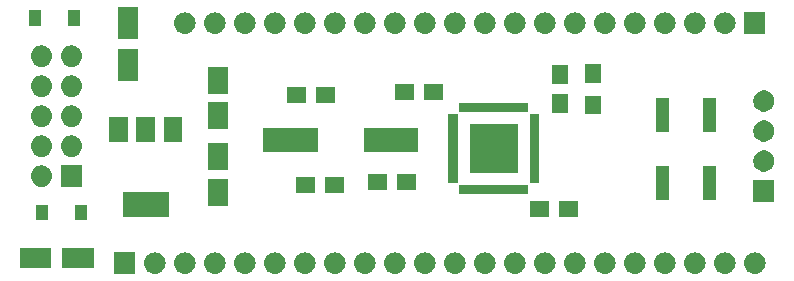
<source format=gbr>
G04 #@! TF.GenerationSoftware,KiCad,Pcbnew,(5.1.4)-1*
G04 #@! TF.CreationDate,2020-02-14T21:19:55+00:00*
G04 #@! TF.ProjectId,STM32L152_Dev_Board,53544d33-324c-4313-9532-5f4465765f42,rev?*
G04 #@! TF.SameCoordinates,Original*
G04 #@! TF.FileFunction,Soldermask,Top*
G04 #@! TF.FilePolarity,Negative*
%FSLAX46Y46*%
G04 Gerber Fmt 4.6, Leading zero omitted, Abs format (unit mm)*
G04 Created by KiCad (PCBNEW (5.1.4)-1) date 2020-02-14 21:19:55*
%MOMM*%
%LPD*%
G04 APERTURE LIST*
%ADD10C,0.100000*%
G04 APERTURE END LIST*
D10*
G36*
X205850443Y-148457519D02*
G01*
X205916627Y-148464037D01*
X206086466Y-148515557D01*
X206242991Y-148599222D01*
X206278729Y-148628552D01*
X206380186Y-148711814D01*
X206463448Y-148813271D01*
X206492778Y-148849009D01*
X206576443Y-149005534D01*
X206627963Y-149175373D01*
X206645359Y-149352000D01*
X206627963Y-149528627D01*
X206576443Y-149698466D01*
X206492778Y-149854991D01*
X206463448Y-149890729D01*
X206380186Y-149992186D01*
X206278729Y-150075448D01*
X206242991Y-150104778D01*
X206086466Y-150188443D01*
X205916627Y-150239963D01*
X205850443Y-150246481D01*
X205784260Y-150253000D01*
X205695740Y-150253000D01*
X205629557Y-150246481D01*
X205563373Y-150239963D01*
X205393534Y-150188443D01*
X205237009Y-150104778D01*
X205201271Y-150075448D01*
X205099814Y-149992186D01*
X205016552Y-149890729D01*
X204987222Y-149854991D01*
X204903557Y-149698466D01*
X204852037Y-149528627D01*
X204834641Y-149352000D01*
X204852037Y-149175373D01*
X204903557Y-149005534D01*
X204987222Y-148849009D01*
X205016552Y-148813271D01*
X205099814Y-148711814D01*
X205201271Y-148628552D01*
X205237009Y-148599222D01*
X205393534Y-148515557D01*
X205563373Y-148464037D01*
X205629557Y-148457519D01*
X205695740Y-148451000D01*
X205784260Y-148451000D01*
X205850443Y-148457519D01*
X205850443Y-148457519D01*
G37*
G36*
X177910443Y-148457519D02*
G01*
X177976627Y-148464037D01*
X178146466Y-148515557D01*
X178302991Y-148599222D01*
X178338729Y-148628552D01*
X178440186Y-148711814D01*
X178523448Y-148813271D01*
X178552778Y-148849009D01*
X178636443Y-149005534D01*
X178687963Y-149175373D01*
X178705359Y-149352000D01*
X178687963Y-149528627D01*
X178636443Y-149698466D01*
X178552778Y-149854991D01*
X178523448Y-149890729D01*
X178440186Y-149992186D01*
X178338729Y-150075448D01*
X178302991Y-150104778D01*
X178146466Y-150188443D01*
X177976627Y-150239963D01*
X177910443Y-150246481D01*
X177844260Y-150253000D01*
X177755740Y-150253000D01*
X177689557Y-150246481D01*
X177623373Y-150239963D01*
X177453534Y-150188443D01*
X177297009Y-150104778D01*
X177261271Y-150075448D01*
X177159814Y-149992186D01*
X177076552Y-149890729D01*
X177047222Y-149854991D01*
X176963557Y-149698466D01*
X176912037Y-149528627D01*
X176894641Y-149352000D01*
X176912037Y-149175373D01*
X176963557Y-149005534D01*
X177047222Y-148849009D01*
X177076552Y-148813271D01*
X177159814Y-148711814D01*
X177261271Y-148628552D01*
X177297009Y-148599222D01*
X177453534Y-148515557D01*
X177623373Y-148464037D01*
X177689557Y-148457519D01*
X177755740Y-148451000D01*
X177844260Y-148451000D01*
X177910443Y-148457519D01*
X177910443Y-148457519D01*
G37*
G36*
X153301000Y-150253000D02*
G01*
X151499000Y-150253000D01*
X151499000Y-148451000D01*
X153301000Y-148451000D01*
X153301000Y-150253000D01*
X153301000Y-150253000D01*
G37*
G36*
X155050443Y-148457519D02*
G01*
X155116627Y-148464037D01*
X155286466Y-148515557D01*
X155442991Y-148599222D01*
X155478729Y-148628552D01*
X155580186Y-148711814D01*
X155663448Y-148813271D01*
X155692778Y-148849009D01*
X155776443Y-149005534D01*
X155827963Y-149175373D01*
X155845359Y-149352000D01*
X155827963Y-149528627D01*
X155776443Y-149698466D01*
X155692778Y-149854991D01*
X155663448Y-149890729D01*
X155580186Y-149992186D01*
X155478729Y-150075448D01*
X155442991Y-150104778D01*
X155286466Y-150188443D01*
X155116627Y-150239963D01*
X155050443Y-150246481D01*
X154984260Y-150253000D01*
X154895740Y-150253000D01*
X154829557Y-150246481D01*
X154763373Y-150239963D01*
X154593534Y-150188443D01*
X154437009Y-150104778D01*
X154401271Y-150075448D01*
X154299814Y-149992186D01*
X154216552Y-149890729D01*
X154187222Y-149854991D01*
X154103557Y-149698466D01*
X154052037Y-149528627D01*
X154034641Y-149352000D01*
X154052037Y-149175373D01*
X154103557Y-149005534D01*
X154187222Y-148849009D01*
X154216552Y-148813271D01*
X154299814Y-148711814D01*
X154401271Y-148628552D01*
X154437009Y-148599222D01*
X154593534Y-148515557D01*
X154763373Y-148464037D01*
X154829557Y-148457519D01*
X154895740Y-148451000D01*
X154984260Y-148451000D01*
X155050443Y-148457519D01*
X155050443Y-148457519D01*
G37*
G36*
X157590443Y-148457519D02*
G01*
X157656627Y-148464037D01*
X157826466Y-148515557D01*
X157982991Y-148599222D01*
X158018729Y-148628552D01*
X158120186Y-148711814D01*
X158203448Y-148813271D01*
X158232778Y-148849009D01*
X158316443Y-149005534D01*
X158367963Y-149175373D01*
X158385359Y-149352000D01*
X158367963Y-149528627D01*
X158316443Y-149698466D01*
X158232778Y-149854991D01*
X158203448Y-149890729D01*
X158120186Y-149992186D01*
X158018729Y-150075448D01*
X157982991Y-150104778D01*
X157826466Y-150188443D01*
X157656627Y-150239963D01*
X157590443Y-150246481D01*
X157524260Y-150253000D01*
X157435740Y-150253000D01*
X157369557Y-150246481D01*
X157303373Y-150239963D01*
X157133534Y-150188443D01*
X156977009Y-150104778D01*
X156941271Y-150075448D01*
X156839814Y-149992186D01*
X156756552Y-149890729D01*
X156727222Y-149854991D01*
X156643557Y-149698466D01*
X156592037Y-149528627D01*
X156574641Y-149352000D01*
X156592037Y-149175373D01*
X156643557Y-149005534D01*
X156727222Y-148849009D01*
X156756552Y-148813271D01*
X156839814Y-148711814D01*
X156941271Y-148628552D01*
X156977009Y-148599222D01*
X157133534Y-148515557D01*
X157303373Y-148464037D01*
X157369557Y-148457519D01*
X157435740Y-148451000D01*
X157524260Y-148451000D01*
X157590443Y-148457519D01*
X157590443Y-148457519D01*
G37*
G36*
X160130443Y-148457519D02*
G01*
X160196627Y-148464037D01*
X160366466Y-148515557D01*
X160522991Y-148599222D01*
X160558729Y-148628552D01*
X160660186Y-148711814D01*
X160743448Y-148813271D01*
X160772778Y-148849009D01*
X160856443Y-149005534D01*
X160907963Y-149175373D01*
X160925359Y-149352000D01*
X160907963Y-149528627D01*
X160856443Y-149698466D01*
X160772778Y-149854991D01*
X160743448Y-149890729D01*
X160660186Y-149992186D01*
X160558729Y-150075448D01*
X160522991Y-150104778D01*
X160366466Y-150188443D01*
X160196627Y-150239963D01*
X160130443Y-150246481D01*
X160064260Y-150253000D01*
X159975740Y-150253000D01*
X159909557Y-150246481D01*
X159843373Y-150239963D01*
X159673534Y-150188443D01*
X159517009Y-150104778D01*
X159481271Y-150075448D01*
X159379814Y-149992186D01*
X159296552Y-149890729D01*
X159267222Y-149854991D01*
X159183557Y-149698466D01*
X159132037Y-149528627D01*
X159114641Y-149352000D01*
X159132037Y-149175373D01*
X159183557Y-149005534D01*
X159267222Y-148849009D01*
X159296552Y-148813271D01*
X159379814Y-148711814D01*
X159481271Y-148628552D01*
X159517009Y-148599222D01*
X159673534Y-148515557D01*
X159843373Y-148464037D01*
X159909557Y-148457519D01*
X159975740Y-148451000D01*
X160064260Y-148451000D01*
X160130443Y-148457519D01*
X160130443Y-148457519D01*
G37*
G36*
X162670443Y-148457519D02*
G01*
X162736627Y-148464037D01*
X162906466Y-148515557D01*
X163062991Y-148599222D01*
X163098729Y-148628552D01*
X163200186Y-148711814D01*
X163283448Y-148813271D01*
X163312778Y-148849009D01*
X163396443Y-149005534D01*
X163447963Y-149175373D01*
X163465359Y-149352000D01*
X163447963Y-149528627D01*
X163396443Y-149698466D01*
X163312778Y-149854991D01*
X163283448Y-149890729D01*
X163200186Y-149992186D01*
X163098729Y-150075448D01*
X163062991Y-150104778D01*
X162906466Y-150188443D01*
X162736627Y-150239963D01*
X162670443Y-150246481D01*
X162604260Y-150253000D01*
X162515740Y-150253000D01*
X162449557Y-150246481D01*
X162383373Y-150239963D01*
X162213534Y-150188443D01*
X162057009Y-150104778D01*
X162021271Y-150075448D01*
X161919814Y-149992186D01*
X161836552Y-149890729D01*
X161807222Y-149854991D01*
X161723557Y-149698466D01*
X161672037Y-149528627D01*
X161654641Y-149352000D01*
X161672037Y-149175373D01*
X161723557Y-149005534D01*
X161807222Y-148849009D01*
X161836552Y-148813271D01*
X161919814Y-148711814D01*
X162021271Y-148628552D01*
X162057009Y-148599222D01*
X162213534Y-148515557D01*
X162383373Y-148464037D01*
X162449557Y-148457519D01*
X162515740Y-148451000D01*
X162604260Y-148451000D01*
X162670443Y-148457519D01*
X162670443Y-148457519D01*
G37*
G36*
X165210443Y-148457519D02*
G01*
X165276627Y-148464037D01*
X165446466Y-148515557D01*
X165602991Y-148599222D01*
X165638729Y-148628552D01*
X165740186Y-148711814D01*
X165823448Y-148813271D01*
X165852778Y-148849009D01*
X165936443Y-149005534D01*
X165987963Y-149175373D01*
X166005359Y-149352000D01*
X165987963Y-149528627D01*
X165936443Y-149698466D01*
X165852778Y-149854991D01*
X165823448Y-149890729D01*
X165740186Y-149992186D01*
X165638729Y-150075448D01*
X165602991Y-150104778D01*
X165446466Y-150188443D01*
X165276627Y-150239963D01*
X165210443Y-150246481D01*
X165144260Y-150253000D01*
X165055740Y-150253000D01*
X164989557Y-150246481D01*
X164923373Y-150239963D01*
X164753534Y-150188443D01*
X164597009Y-150104778D01*
X164561271Y-150075448D01*
X164459814Y-149992186D01*
X164376552Y-149890729D01*
X164347222Y-149854991D01*
X164263557Y-149698466D01*
X164212037Y-149528627D01*
X164194641Y-149352000D01*
X164212037Y-149175373D01*
X164263557Y-149005534D01*
X164347222Y-148849009D01*
X164376552Y-148813271D01*
X164459814Y-148711814D01*
X164561271Y-148628552D01*
X164597009Y-148599222D01*
X164753534Y-148515557D01*
X164923373Y-148464037D01*
X164989557Y-148457519D01*
X165055740Y-148451000D01*
X165144260Y-148451000D01*
X165210443Y-148457519D01*
X165210443Y-148457519D01*
G37*
G36*
X167750443Y-148457519D02*
G01*
X167816627Y-148464037D01*
X167986466Y-148515557D01*
X168142991Y-148599222D01*
X168178729Y-148628552D01*
X168280186Y-148711814D01*
X168363448Y-148813271D01*
X168392778Y-148849009D01*
X168476443Y-149005534D01*
X168527963Y-149175373D01*
X168545359Y-149352000D01*
X168527963Y-149528627D01*
X168476443Y-149698466D01*
X168392778Y-149854991D01*
X168363448Y-149890729D01*
X168280186Y-149992186D01*
X168178729Y-150075448D01*
X168142991Y-150104778D01*
X167986466Y-150188443D01*
X167816627Y-150239963D01*
X167750443Y-150246481D01*
X167684260Y-150253000D01*
X167595740Y-150253000D01*
X167529557Y-150246481D01*
X167463373Y-150239963D01*
X167293534Y-150188443D01*
X167137009Y-150104778D01*
X167101271Y-150075448D01*
X166999814Y-149992186D01*
X166916552Y-149890729D01*
X166887222Y-149854991D01*
X166803557Y-149698466D01*
X166752037Y-149528627D01*
X166734641Y-149352000D01*
X166752037Y-149175373D01*
X166803557Y-149005534D01*
X166887222Y-148849009D01*
X166916552Y-148813271D01*
X166999814Y-148711814D01*
X167101271Y-148628552D01*
X167137009Y-148599222D01*
X167293534Y-148515557D01*
X167463373Y-148464037D01*
X167529557Y-148457519D01*
X167595740Y-148451000D01*
X167684260Y-148451000D01*
X167750443Y-148457519D01*
X167750443Y-148457519D01*
G37*
G36*
X170290443Y-148457519D02*
G01*
X170356627Y-148464037D01*
X170526466Y-148515557D01*
X170682991Y-148599222D01*
X170718729Y-148628552D01*
X170820186Y-148711814D01*
X170903448Y-148813271D01*
X170932778Y-148849009D01*
X171016443Y-149005534D01*
X171067963Y-149175373D01*
X171085359Y-149352000D01*
X171067963Y-149528627D01*
X171016443Y-149698466D01*
X170932778Y-149854991D01*
X170903448Y-149890729D01*
X170820186Y-149992186D01*
X170718729Y-150075448D01*
X170682991Y-150104778D01*
X170526466Y-150188443D01*
X170356627Y-150239963D01*
X170290443Y-150246481D01*
X170224260Y-150253000D01*
X170135740Y-150253000D01*
X170069557Y-150246481D01*
X170003373Y-150239963D01*
X169833534Y-150188443D01*
X169677009Y-150104778D01*
X169641271Y-150075448D01*
X169539814Y-149992186D01*
X169456552Y-149890729D01*
X169427222Y-149854991D01*
X169343557Y-149698466D01*
X169292037Y-149528627D01*
X169274641Y-149352000D01*
X169292037Y-149175373D01*
X169343557Y-149005534D01*
X169427222Y-148849009D01*
X169456552Y-148813271D01*
X169539814Y-148711814D01*
X169641271Y-148628552D01*
X169677009Y-148599222D01*
X169833534Y-148515557D01*
X170003373Y-148464037D01*
X170069557Y-148457519D01*
X170135740Y-148451000D01*
X170224260Y-148451000D01*
X170290443Y-148457519D01*
X170290443Y-148457519D01*
G37*
G36*
X172830443Y-148457519D02*
G01*
X172896627Y-148464037D01*
X173066466Y-148515557D01*
X173222991Y-148599222D01*
X173258729Y-148628552D01*
X173360186Y-148711814D01*
X173443448Y-148813271D01*
X173472778Y-148849009D01*
X173556443Y-149005534D01*
X173607963Y-149175373D01*
X173625359Y-149352000D01*
X173607963Y-149528627D01*
X173556443Y-149698466D01*
X173472778Y-149854991D01*
X173443448Y-149890729D01*
X173360186Y-149992186D01*
X173258729Y-150075448D01*
X173222991Y-150104778D01*
X173066466Y-150188443D01*
X172896627Y-150239963D01*
X172830443Y-150246481D01*
X172764260Y-150253000D01*
X172675740Y-150253000D01*
X172609557Y-150246481D01*
X172543373Y-150239963D01*
X172373534Y-150188443D01*
X172217009Y-150104778D01*
X172181271Y-150075448D01*
X172079814Y-149992186D01*
X171996552Y-149890729D01*
X171967222Y-149854991D01*
X171883557Y-149698466D01*
X171832037Y-149528627D01*
X171814641Y-149352000D01*
X171832037Y-149175373D01*
X171883557Y-149005534D01*
X171967222Y-148849009D01*
X171996552Y-148813271D01*
X172079814Y-148711814D01*
X172181271Y-148628552D01*
X172217009Y-148599222D01*
X172373534Y-148515557D01*
X172543373Y-148464037D01*
X172609557Y-148457519D01*
X172675740Y-148451000D01*
X172764260Y-148451000D01*
X172830443Y-148457519D01*
X172830443Y-148457519D01*
G37*
G36*
X175370443Y-148457519D02*
G01*
X175436627Y-148464037D01*
X175606466Y-148515557D01*
X175762991Y-148599222D01*
X175798729Y-148628552D01*
X175900186Y-148711814D01*
X175983448Y-148813271D01*
X176012778Y-148849009D01*
X176096443Y-149005534D01*
X176147963Y-149175373D01*
X176165359Y-149352000D01*
X176147963Y-149528627D01*
X176096443Y-149698466D01*
X176012778Y-149854991D01*
X175983448Y-149890729D01*
X175900186Y-149992186D01*
X175798729Y-150075448D01*
X175762991Y-150104778D01*
X175606466Y-150188443D01*
X175436627Y-150239963D01*
X175370443Y-150246481D01*
X175304260Y-150253000D01*
X175215740Y-150253000D01*
X175149557Y-150246481D01*
X175083373Y-150239963D01*
X174913534Y-150188443D01*
X174757009Y-150104778D01*
X174721271Y-150075448D01*
X174619814Y-149992186D01*
X174536552Y-149890729D01*
X174507222Y-149854991D01*
X174423557Y-149698466D01*
X174372037Y-149528627D01*
X174354641Y-149352000D01*
X174372037Y-149175373D01*
X174423557Y-149005534D01*
X174507222Y-148849009D01*
X174536552Y-148813271D01*
X174619814Y-148711814D01*
X174721271Y-148628552D01*
X174757009Y-148599222D01*
X174913534Y-148515557D01*
X175083373Y-148464037D01*
X175149557Y-148457519D01*
X175215740Y-148451000D01*
X175304260Y-148451000D01*
X175370443Y-148457519D01*
X175370443Y-148457519D01*
G37*
G36*
X203310443Y-148457519D02*
G01*
X203376627Y-148464037D01*
X203546466Y-148515557D01*
X203702991Y-148599222D01*
X203738729Y-148628552D01*
X203840186Y-148711814D01*
X203923448Y-148813271D01*
X203952778Y-148849009D01*
X204036443Y-149005534D01*
X204087963Y-149175373D01*
X204105359Y-149352000D01*
X204087963Y-149528627D01*
X204036443Y-149698466D01*
X203952778Y-149854991D01*
X203923448Y-149890729D01*
X203840186Y-149992186D01*
X203738729Y-150075448D01*
X203702991Y-150104778D01*
X203546466Y-150188443D01*
X203376627Y-150239963D01*
X203310443Y-150246481D01*
X203244260Y-150253000D01*
X203155740Y-150253000D01*
X203089557Y-150246481D01*
X203023373Y-150239963D01*
X202853534Y-150188443D01*
X202697009Y-150104778D01*
X202661271Y-150075448D01*
X202559814Y-149992186D01*
X202476552Y-149890729D01*
X202447222Y-149854991D01*
X202363557Y-149698466D01*
X202312037Y-149528627D01*
X202294641Y-149352000D01*
X202312037Y-149175373D01*
X202363557Y-149005534D01*
X202447222Y-148849009D01*
X202476552Y-148813271D01*
X202559814Y-148711814D01*
X202661271Y-148628552D01*
X202697009Y-148599222D01*
X202853534Y-148515557D01*
X203023373Y-148464037D01*
X203089557Y-148457519D01*
X203155740Y-148451000D01*
X203244260Y-148451000D01*
X203310443Y-148457519D01*
X203310443Y-148457519D01*
G37*
G36*
X180450443Y-148457519D02*
G01*
X180516627Y-148464037D01*
X180686466Y-148515557D01*
X180842991Y-148599222D01*
X180878729Y-148628552D01*
X180980186Y-148711814D01*
X181063448Y-148813271D01*
X181092778Y-148849009D01*
X181176443Y-149005534D01*
X181227963Y-149175373D01*
X181245359Y-149352000D01*
X181227963Y-149528627D01*
X181176443Y-149698466D01*
X181092778Y-149854991D01*
X181063448Y-149890729D01*
X180980186Y-149992186D01*
X180878729Y-150075448D01*
X180842991Y-150104778D01*
X180686466Y-150188443D01*
X180516627Y-150239963D01*
X180450443Y-150246481D01*
X180384260Y-150253000D01*
X180295740Y-150253000D01*
X180229557Y-150246481D01*
X180163373Y-150239963D01*
X179993534Y-150188443D01*
X179837009Y-150104778D01*
X179801271Y-150075448D01*
X179699814Y-149992186D01*
X179616552Y-149890729D01*
X179587222Y-149854991D01*
X179503557Y-149698466D01*
X179452037Y-149528627D01*
X179434641Y-149352000D01*
X179452037Y-149175373D01*
X179503557Y-149005534D01*
X179587222Y-148849009D01*
X179616552Y-148813271D01*
X179699814Y-148711814D01*
X179801271Y-148628552D01*
X179837009Y-148599222D01*
X179993534Y-148515557D01*
X180163373Y-148464037D01*
X180229557Y-148457519D01*
X180295740Y-148451000D01*
X180384260Y-148451000D01*
X180450443Y-148457519D01*
X180450443Y-148457519D01*
G37*
G36*
X200770443Y-148457519D02*
G01*
X200836627Y-148464037D01*
X201006466Y-148515557D01*
X201162991Y-148599222D01*
X201198729Y-148628552D01*
X201300186Y-148711814D01*
X201383448Y-148813271D01*
X201412778Y-148849009D01*
X201496443Y-149005534D01*
X201547963Y-149175373D01*
X201565359Y-149352000D01*
X201547963Y-149528627D01*
X201496443Y-149698466D01*
X201412778Y-149854991D01*
X201383448Y-149890729D01*
X201300186Y-149992186D01*
X201198729Y-150075448D01*
X201162991Y-150104778D01*
X201006466Y-150188443D01*
X200836627Y-150239963D01*
X200770443Y-150246481D01*
X200704260Y-150253000D01*
X200615740Y-150253000D01*
X200549557Y-150246481D01*
X200483373Y-150239963D01*
X200313534Y-150188443D01*
X200157009Y-150104778D01*
X200121271Y-150075448D01*
X200019814Y-149992186D01*
X199936552Y-149890729D01*
X199907222Y-149854991D01*
X199823557Y-149698466D01*
X199772037Y-149528627D01*
X199754641Y-149352000D01*
X199772037Y-149175373D01*
X199823557Y-149005534D01*
X199907222Y-148849009D01*
X199936552Y-148813271D01*
X200019814Y-148711814D01*
X200121271Y-148628552D01*
X200157009Y-148599222D01*
X200313534Y-148515557D01*
X200483373Y-148464037D01*
X200549557Y-148457519D01*
X200615740Y-148451000D01*
X200704260Y-148451000D01*
X200770443Y-148457519D01*
X200770443Y-148457519D01*
G37*
G36*
X198230443Y-148457519D02*
G01*
X198296627Y-148464037D01*
X198466466Y-148515557D01*
X198622991Y-148599222D01*
X198658729Y-148628552D01*
X198760186Y-148711814D01*
X198843448Y-148813271D01*
X198872778Y-148849009D01*
X198956443Y-149005534D01*
X199007963Y-149175373D01*
X199025359Y-149352000D01*
X199007963Y-149528627D01*
X198956443Y-149698466D01*
X198872778Y-149854991D01*
X198843448Y-149890729D01*
X198760186Y-149992186D01*
X198658729Y-150075448D01*
X198622991Y-150104778D01*
X198466466Y-150188443D01*
X198296627Y-150239963D01*
X198230443Y-150246481D01*
X198164260Y-150253000D01*
X198075740Y-150253000D01*
X198009557Y-150246481D01*
X197943373Y-150239963D01*
X197773534Y-150188443D01*
X197617009Y-150104778D01*
X197581271Y-150075448D01*
X197479814Y-149992186D01*
X197396552Y-149890729D01*
X197367222Y-149854991D01*
X197283557Y-149698466D01*
X197232037Y-149528627D01*
X197214641Y-149352000D01*
X197232037Y-149175373D01*
X197283557Y-149005534D01*
X197367222Y-148849009D01*
X197396552Y-148813271D01*
X197479814Y-148711814D01*
X197581271Y-148628552D01*
X197617009Y-148599222D01*
X197773534Y-148515557D01*
X197943373Y-148464037D01*
X198009557Y-148457519D01*
X198075740Y-148451000D01*
X198164260Y-148451000D01*
X198230443Y-148457519D01*
X198230443Y-148457519D01*
G37*
G36*
X195690443Y-148457519D02*
G01*
X195756627Y-148464037D01*
X195926466Y-148515557D01*
X196082991Y-148599222D01*
X196118729Y-148628552D01*
X196220186Y-148711814D01*
X196303448Y-148813271D01*
X196332778Y-148849009D01*
X196416443Y-149005534D01*
X196467963Y-149175373D01*
X196485359Y-149352000D01*
X196467963Y-149528627D01*
X196416443Y-149698466D01*
X196332778Y-149854991D01*
X196303448Y-149890729D01*
X196220186Y-149992186D01*
X196118729Y-150075448D01*
X196082991Y-150104778D01*
X195926466Y-150188443D01*
X195756627Y-150239963D01*
X195690443Y-150246481D01*
X195624260Y-150253000D01*
X195535740Y-150253000D01*
X195469557Y-150246481D01*
X195403373Y-150239963D01*
X195233534Y-150188443D01*
X195077009Y-150104778D01*
X195041271Y-150075448D01*
X194939814Y-149992186D01*
X194856552Y-149890729D01*
X194827222Y-149854991D01*
X194743557Y-149698466D01*
X194692037Y-149528627D01*
X194674641Y-149352000D01*
X194692037Y-149175373D01*
X194743557Y-149005534D01*
X194827222Y-148849009D01*
X194856552Y-148813271D01*
X194939814Y-148711814D01*
X195041271Y-148628552D01*
X195077009Y-148599222D01*
X195233534Y-148515557D01*
X195403373Y-148464037D01*
X195469557Y-148457519D01*
X195535740Y-148451000D01*
X195624260Y-148451000D01*
X195690443Y-148457519D01*
X195690443Y-148457519D01*
G37*
G36*
X193150443Y-148457519D02*
G01*
X193216627Y-148464037D01*
X193386466Y-148515557D01*
X193542991Y-148599222D01*
X193578729Y-148628552D01*
X193680186Y-148711814D01*
X193763448Y-148813271D01*
X193792778Y-148849009D01*
X193876443Y-149005534D01*
X193927963Y-149175373D01*
X193945359Y-149352000D01*
X193927963Y-149528627D01*
X193876443Y-149698466D01*
X193792778Y-149854991D01*
X193763448Y-149890729D01*
X193680186Y-149992186D01*
X193578729Y-150075448D01*
X193542991Y-150104778D01*
X193386466Y-150188443D01*
X193216627Y-150239963D01*
X193150443Y-150246481D01*
X193084260Y-150253000D01*
X192995740Y-150253000D01*
X192929557Y-150246481D01*
X192863373Y-150239963D01*
X192693534Y-150188443D01*
X192537009Y-150104778D01*
X192501271Y-150075448D01*
X192399814Y-149992186D01*
X192316552Y-149890729D01*
X192287222Y-149854991D01*
X192203557Y-149698466D01*
X192152037Y-149528627D01*
X192134641Y-149352000D01*
X192152037Y-149175373D01*
X192203557Y-149005534D01*
X192287222Y-148849009D01*
X192316552Y-148813271D01*
X192399814Y-148711814D01*
X192501271Y-148628552D01*
X192537009Y-148599222D01*
X192693534Y-148515557D01*
X192863373Y-148464037D01*
X192929557Y-148457519D01*
X192995740Y-148451000D01*
X193084260Y-148451000D01*
X193150443Y-148457519D01*
X193150443Y-148457519D01*
G37*
G36*
X190610443Y-148457519D02*
G01*
X190676627Y-148464037D01*
X190846466Y-148515557D01*
X191002991Y-148599222D01*
X191038729Y-148628552D01*
X191140186Y-148711814D01*
X191223448Y-148813271D01*
X191252778Y-148849009D01*
X191336443Y-149005534D01*
X191387963Y-149175373D01*
X191405359Y-149352000D01*
X191387963Y-149528627D01*
X191336443Y-149698466D01*
X191252778Y-149854991D01*
X191223448Y-149890729D01*
X191140186Y-149992186D01*
X191038729Y-150075448D01*
X191002991Y-150104778D01*
X190846466Y-150188443D01*
X190676627Y-150239963D01*
X190610443Y-150246481D01*
X190544260Y-150253000D01*
X190455740Y-150253000D01*
X190389557Y-150246481D01*
X190323373Y-150239963D01*
X190153534Y-150188443D01*
X189997009Y-150104778D01*
X189961271Y-150075448D01*
X189859814Y-149992186D01*
X189776552Y-149890729D01*
X189747222Y-149854991D01*
X189663557Y-149698466D01*
X189612037Y-149528627D01*
X189594641Y-149352000D01*
X189612037Y-149175373D01*
X189663557Y-149005534D01*
X189747222Y-148849009D01*
X189776552Y-148813271D01*
X189859814Y-148711814D01*
X189961271Y-148628552D01*
X189997009Y-148599222D01*
X190153534Y-148515557D01*
X190323373Y-148464037D01*
X190389557Y-148457519D01*
X190455740Y-148451000D01*
X190544260Y-148451000D01*
X190610443Y-148457519D01*
X190610443Y-148457519D01*
G37*
G36*
X188070443Y-148457519D02*
G01*
X188136627Y-148464037D01*
X188306466Y-148515557D01*
X188462991Y-148599222D01*
X188498729Y-148628552D01*
X188600186Y-148711814D01*
X188683448Y-148813271D01*
X188712778Y-148849009D01*
X188796443Y-149005534D01*
X188847963Y-149175373D01*
X188865359Y-149352000D01*
X188847963Y-149528627D01*
X188796443Y-149698466D01*
X188712778Y-149854991D01*
X188683448Y-149890729D01*
X188600186Y-149992186D01*
X188498729Y-150075448D01*
X188462991Y-150104778D01*
X188306466Y-150188443D01*
X188136627Y-150239963D01*
X188070443Y-150246481D01*
X188004260Y-150253000D01*
X187915740Y-150253000D01*
X187849557Y-150246481D01*
X187783373Y-150239963D01*
X187613534Y-150188443D01*
X187457009Y-150104778D01*
X187421271Y-150075448D01*
X187319814Y-149992186D01*
X187236552Y-149890729D01*
X187207222Y-149854991D01*
X187123557Y-149698466D01*
X187072037Y-149528627D01*
X187054641Y-149352000D01*
X187072037Y-149175373D01*
X187123557Y-149005534D01*
X187207222Y-148849009D01*
X187236552Y-148813271D01*
X187319814Y-148711814D01*
X187421271Y-148628552D01*
X187457009Y-148599222D01*
X187613534Y-148515557D01*
X187783373Y-148464037D01*
X187849557Y-148457519D01*
X187915740Y-148451000D01*
X188004260Y-148451000D01*
X188070443Y-148457519D01*
X188070443Y-148457519D01*
G37*
G36*
X185530443Y-148457519D02*
G01*
X185596627Y-148464037D01*
X185766466Y-148515557D01*
X185922991Y-148599222D01*
X185958729Y-148628552D01*
X186060186Y-148711814D01*
X186143448Y-148813271D01*
X186172778Y-148849009D01*
X186256443Y-149005534D01*
X186307963Y-149175373D01*
X186325359Y-149352000D01*
X186307963Y-149528627D01*
X186256443Y-149698466D01*
X186172778Y-149854991D01*
X186143448Y-149890729D01*
X186060186Y-149992186D01*
X185958729Y-150075448D01*
X185922991Y-150104778D01*
X185766466Y-150188443D01*
X185596627Y-150239963D01*
X185530443Y-150246481D01*
X185464260Y-150253000D01*
X185375740Y-150253000D01*
X185309557Y-150246481D01*
X185243373Y-150239963D01*
X185073534Y-150188443D01*
X184917009Y-150104778D01*
X184881271Y-150075448D01*
X184779814Y-149992186D01*
X184696552Y-149890729D01*
X184667222Y-149854991D01*
X184583557Y-149698466D01*
X184532037Y-149528627D01*
X184514641Y-149352000D01*
X184532037Y-149175373D01*
X184583557Y-149005534D01*
X184667222Y-148849009D01*
X184696552Y-148813271D01*
X184779814Y-148711814D01*
X184881271Y-148628552D01*
X184917009Y-148599222D01*
X185073534Y-148515557D01*
X185243373Y-148464037D01*
X185309557Y-148457519D01*
X185375740Y-148451000D01*
X185464260Y-148451000D01*
X185530443Y-148457519D01*
X185530443Y-148457519D01*
G37*
G36*
X182990443Y-148457519D02*
G01*
X183056627Y-148464037D01*
X183226466Y-148515557D01*
X183382991Y-148599222D01*
X183418729Y-148628552D01*
X183520186Y-148711814D01*
X183603448Y-148813271D01*
X183632778Y-148849009D01*
X183716443Y-149005534D01*
X183767963Y-149175373D01*
X183785359Y-149352000D01*
X183767963Y-149528627D01*
X183716443Y-149698466D01*
X183632778Y-149854991D01*
X183603448Y-149890729D01*
X183520186Y-149992186D01*
X183418729Y-150075448D01*
X183382991Y-150104778D01*
X183226466Y-150188443D01*
X183056627Y-150239963D01*
X182990443Y-150246481D01*
X182924260Y-150253000D01*
X182835740Y-150253000D01*
X182769557Y-150246481D01*
X182703373Y-150239963D01*
X182533534Y-150188443D01*
X182377009Y-150104778D01*
X182341271Y-150075448D01*
X182239814Y-149992186D01*
X182156552Y-149890729D01*
X182127222Y-149854991D01*
X182043557Y-149698466D01*
X181992037Y-149528627D01*
X181974641Y-149352000D01*
X181992037Y-149175373D01*
X182043557Y-149005534D01*
X182127222Y-148849009D01*
X182156552Y-148813271D01*
X182239814Y-148711814D01*
X182341271Y-148628552D01*
X182377009Y-148599222D01*
X182533534Y-148515557D01*
X182703373Y-148464037D01*
X182769557Y-148457519D01*
X182835740Y-148451000D01*
X182924260Y-148451000D01*
X182990443Y-148457519D01*
X182990443Y-148457519D01*
G37*
G36*
X149785200Y-149745800D02*
G01*
X147083200Y-149745800D01*
X147083200Y-148043800D01*
X149785200Y-148043800D01*
X149785200Y-149745800D01*
X149785200Y-149745800D01*
G37*
G36*
X146185200Y-149745800D02*
G01*
X143483200Y-149745800D01*
X143483200Y-148043800D01*
X146185200Y-148043800D01*
X146185200Y-149745800D01*
X146185200Y-149745800D01*
G37*
G36*
X145891600Y-145710400D02*
G01*
X144889600Y-145710400D01*
X144889600Y-144408400D01*
X145891600Y-144408400D01*
X145891600Y-145710400D01*
X145891600Y-145710400D01*
G37*
G36*
X149191600Y-145710400D02*
G01*
X148189600Y-145710400D01*
X148189600Y-144408400D01*
X149191600Y-144408400D01*
X149191600Y-145710400D01*
X149191600Y-145710400D01*
G37*
G36*
X190773000Y-145456000D02*
G01*
X189171000Y-145456000D01*
X189171000Y-144104000D01*
X190773000Y-144104000D01*
X190773000Y-145456000D01*
X190773000Y-145456000D01*
G37*
G36*
X188273000Y-145456000D02*
G01*
X186671000Y-145456000D01*
X186671000Y-144104000D01*
X188273000Y-144104000D01*
X188273000Y-145456000D01*
X188273000Y-145456000D01*
G37*
G36*
X156129000Y-145425000D02*
G01*
X152227000Y-145425000D01*
X152227000Y-143323000D01*
X156129000Y-143323000D01*
X156129000Y-145425000D01*
X156129000Y-145425000D01*
G37*
G36*
X161125000Y-144510000D02*
G01*
X159423000Y-144510000D01*
X159423000Y-142208000D01*
X161125000Y-142208000D01*
X161125000Y-144510000D01*
X161125000Y-144510000D01*
G37*
G36*
X207403000Y-144157000D02*
G01*
X205601000Y-144157000D01*
X205601000Y-142355000D01*
X207403000Y-142355000D01*
X207403000Y-144157000D01*
X207403000Y-144157000D01*
G37*
G36*
X198449000Y-144006000D02*
G01*
X197347000Y-144006000D01*
X197347000Y-141154000D01*
X198449000Y-141154000D01*
X198449000Y-144006000D01*
X198449000Y-144006000D01*
G37*
G36*
X202449000Y-144006000D02*
G01*
X201347000Y-144006000D01*
X201347000Y-141154000D01*
X202449000Y-141154000D01*
X202449000Y-144006000D01*
X202449000Y-144006000D01*
G37*
G36*
X186568000Y-142702749D02*
G01*
X186568000Y-143502750D01*
X180716000Y-143502750D01*
X180716000Y-142702749D01*
X180715782Y-142700532D01*
X180717999Y-142700750D01*
X186566001Y-142700750D01*
X186568218Y-142700532D01*
X186568000Y-142702749D01*
X186568000Y-142702749D01*
G37*
G36*
X168461000Y-143424000D02*
G01*
X166859000Y-143424000D01*
X166859000Y-142072000D01*
X168461000Y-142072000D01*
X168461000Y-143424000D01*
X168461000Y-143424000D01*
G37*
G36*
X170961000Y-143424000D02*
G01*
X169359000Y-143424000D01*
X169359000Y-142072000D01*
X170961000Y-142072000D01*
X170961000Y-143424000D01*
X170961000Y-143424000D01*
G37*
G36*
X177057000Y-143170000D02*
G01*
X175455000Y-143170000D01*
X175455000Y-141818000D01*
X177057000Y-141818000D01*
X177057000Y-143170000D01*
X177057000Y-143170000D01*
G37*
G36*
X174557000Y-143170000D02*
G01*
X172955000Y-143170000D01*
X172955000Y-141818000D01*
X174557000Y-141818000D01*
X174557000Y-143170000D01*
X174557000Y-143170000D01*
G37*
G36*
X148779800Y-142887000D02*
G01*
X146977800Y-142887000D01*
X146977800Y-141085000D01*
X148779800Y-141085000D01*
X148779800Y-142887000D01*
X148779800Y-142887000D01*
G37*
G36*
X145449242Y-141091518D02*
G01*
X145515427Y-141098037D01*
X145685266Y-141149557D01*
X145841791Y-141233222D01*
X145877529Y-141262552D01*
X145978986Y-141345814D01*
X146062248Y-141447271D01*
X146091578Y-141483009D01*
X146175243Y-141639534D01*
X146226763Y-141809373D01*
X146244159Y-141986000D01*
X146226763Y-142162627D01*
X146175243Y-142332466D01*
X146091578Y-142488991D01*
X146062248Y-142524729D01*
X145978986Y-142626186D01*
X145888394Y-142700532D01*
X145841791Y-142738778D01*
X145685266Y-142822443D01*
X145515427Y-142873963D01*
X145449242Y-142880482D01*
X145383060Y-142887000D01*
X145294540Y-142887000D01*
X145228358Y-142880482D01*
X145162173Y-142873963D01*
X144992334Y-142822443D01*
X144835809Y-142738778D01*
X144789206Y-142700532D01*
X144698614Y-142626186D01*
X144615352Y-142524729D01*
X144586022Y-142488991D01*
X144502357Y-142332466D01*
X144450837Y-142162627D01*
X144433441Y-141986000D01*
X144450837Y-141809373D01*
X144502357Y-141639534D01*
X144586022Y-141483009D01*
X144615352Y-141447271D01*
X144698614Y-141345814D01*
X144800071Y-141262552D01*
X144835809Y-141233222D01*
X144992334Y-141149557D01*
X145162173Y-141098037D01*
X145228358Y-141091518D01*
X145294540Y-141085000D01*
X145383060Y-141085000D01*
X145449242Y-141091518D01*
X145449242Y-141091518D01*
G37*
G36*
X180593000Y-136727749D02*
G01*
X180593000Y-142575751D01*
X180593218Y-142577968D01*
X180591001Y-142577750D01*
X179791000Y-142577750D01*
X179791000Y-136725750D01*
X180591001Y-136725750D01*
X180593218Y-136725532D01*
X180593000Y-136727749D01*
X180593000Y-136727749D01*
G37*
G36*
X186692999Y-136725750D02*
G01*
X187493000Y-136725750D01*
X187493000Y-142577750D01*
X186692999Y-142577750D01*
X186690782Y-142577968D01*
X186691000Y-142575751D01*
X186691000Y-136727749D01*
X186690782Y-136725532D01*
X186692999Y-136725750D01*
X186692999Y-136725750D01*
G37*
G36*
X185693000Y-141702750D02*
G01*
X181591000Y-141702750D01*
X181591000Y-137600750D01*
X185693000Y-137600750D01*
X185693000Y-141702750D01*
X185693000Y-141702750D01*
G37*
G36*
X206615512Y-139819927D02*
G01*
X206764812Y-139849624D01*
X206928784Y-139917544D01*
X207076354Y-140016147D01*
X207201853Y-140141646D01*
X207300456Y-140289216D01*
X207368376Y-140453188D01*
X207403000Y-140627259D01*
X207403000Y-140804741D01*
X207368376Y-140978812D01*
X207300456Y-141142784D01*
X207201853Y-141290354D01*
X207076354Y-141415853D01*
X206928784Y-141514456D01*
X206764812Y-141582376D01*
X206615512Y-141612073D01*
X206590742Y-141617000D01*
X206413258Y-141617000D01*
X206388488Y-141612073D01*
X206239188Y-141582376D01*
X206075216Y-141514456D01*
X205927646Y-141415853D01*
X205802147Y-141290354D01*
X205703544Y-141142784D01*
X205635624Y-140978812D01*
X205601000Y-140804741D01*
X205601000Y-140627259D01*
X205635624Y-140453188D01*
X205703544Y-140289216D01*
X205802147Y-140141646D01*
X205927646Y-140016147D01*
X206075216Y-139917544D01*
X206239188Y-139849624D01*
X206388488Y-139819927D01*
X206413258Y-139815000D01*
X206590742Y-139815000D01*
X206615512Y-139819927D01*
X206615512Y-139819927D01*
G37*
G36*
X161125000Y-141510000D02*
G01*
X159423000Y-141510000D01*
X159423000Y-139208000D01*
X161125000Y-139208000D01*
X161125000Y-141510000D01*
X161125000Y-141510000D01*
G37*
G36*
X145449243Y-138551519D02*
G01*
X145515427Y-138558037D01*
X145685266Y-138609557D01*
X145841791Y-138693222D01*
X145877529Y-138722552D01*
X145978986Y-138805814D01*
X146062248Y-138907271D01*
X146091578Y-138943009D01*
X146175243Y-139099534D01*
X146226763Y-139269373D01*
X146244159Y-139446000D01*
X146226763Y-139622627D01*
X146175243Y-139792466D01*
X146091578Y-139948991D01*
X146062248Y-139984729D01*
X145978986Y-140086186D01*
X145877529Y-140169448D01*
X145841791Y-140198778D01*
X145685266Y-140282443D01*
X145515427Y-140333963D01*
X145449242Y-140340482D01*
X145383060Y-140347000D01*
X145294540Y-140347000D01*
X145228358Y-140340482D01*
X145162173Y-140333963D01*
X144992334Y-140282443D01*
X144835809Y-140198778D01*
X144800071Y-140169448D01*
X144698614Y-140086186D01*
X144615352Y-139984729D01*
X144586022Y-139948991D01*
X144502357Y-139792466D01*
X144450837Y-139622627D01*
X144433441Y-139446000D01*
X144450837Y-139269373D01*
X144502357Y-139099534D01*
X144586022Y-138943009D01*
X144615352Y-138907271D01*
X144698614Y-138805814D01*
X144800071Y-138722552D01*
X144835809Y-138693222D01*
X144992334Y-138609557D01*
X145162173Y-138558037D01*
X145228357Y-138551519D01*
X145294540Y-138545000D01*
X145383060Y-138545000D01*
X145449243Y-138551519D01*
X145449243Y-138551519D01*
G37*
G36*
X147989243Y-138551519D02*
G01*
X148055427Y-138558037D01*
X148225266Y-138609557D01*
X148381791Y-138693222D01*
X148417529Y-138722552D01*
X148518986Y-138805814D01*
X148602248Y-138907271D01*
X148631578Y-138943009D01*
X148715243Y-139099534D01*
X148766763Y-139269373D01*
X148784159Y-139446000D01*
X148766763Y-139622627D01*
X148715243Y-139792466D01*
X148631578Y-139948991D01*
X148602248Y-139984729D01*
X148518986Y-140086186D01*
X148417529Y-140169448D01*
X148381791Y-140198778D01*
X148225266Y-140282443D01*
X148055427Y-140333963D01*
X147989242Y-140340482D01*
X147923060Y-140347000D01*
X147834540Y-140347000D01*
X147768358Y-140340482D01*
X147702173Y-140333963D01*
X147532334Y-140282443D01*
X147375809Y-140198778D01*
X147340071Y-140169448D01*
X147238614Y-140086186D01*
X147155352Y-139984729D01*
X147126022Y-139948991D01*
X147042357Y-139792466D01*
X146990837Y-139622627D01*
X146973441Y-139446000D01*
X146990837Y-139269373D01*
X147042357Y-139099534D01*
X147126022Y-138943009D01*
X147155352Y-138907271D01*
X147238614Y-138805814D01*
X147340071Y-138722552D01*
X147375809Y-138693222D01*
X147532334Y-138609557D01*
X147702173Y-138558037D01*
X147768357Y-138551519D01*
X147834540Y-138545000D01*
X147923060Y-138545000D01*
X147989243Y-138551519D01*
X147989243Y-138551519D01*
G37*
G36*
X177239000Y-139989000D02*
G01*
X172637000Y-139989000D01*
X172637000Y-137887000D01*
X177239000Y-137887000D01*
X177239000Y-139989000D01*
X177239000Y-139989000D01*
G37*
G36*
X168739000Y-139989000D02*
G01*
X164137000Y-139989000D01*
X164137000Y-137887000D01*
X168739000Y-137887000D01*
X168739000Y-139989000D01*
X168739000Y-139989000D01*
G37*
G36*
X157279000Y-139125000D02*
G01*
X155677000Y-139125000D01*
X155677000Y-137023000D01*
X157279000Y-137023000D01*
X157279000Y-139125000D01*
X157279000Y-139125000D01*
G37*
G36*
X154979000Y-139125000D02*
G01*
X153377000Y-139125000D01*
X153377000Y-137023000D01*
X154979000Y-137023000D01*
X154979000Y-139125000D01*
X154979000Y-139125000D01*
G37*
G36*
X152679000Y-139125000D02*
G01*
X151077000Y-139125000D01*
X151077000Y-137023000D01*
X152679000Y-137023000D01*
X152679000Y-139125000D01*
X152679000Y-139125000D01*
G37*
G36*
X206615512Y-137279927D02*
G01*
X206764812Y-137309624D01*
X206928784Y-137377544D01*
X207076354Y-137476147D01*
X207201853Y-137601646D01*
X207300456Y-137749216D01*
X207368376Y-137913188D01*
X207403000Y-138087259D01*
X207403000Y-138264741D01*
X207368376Y-138438812D01*
X207300456Y-138602784D01*
X207201853Y-138750354D01*
X207076354Y-138875853D01*
X206928784Y-138974456D01*
X206764812Y-139042376D01*
X206615512Y-139072073D01*
X206590742Y-139077000D01*
X206413258Y-139077000D01*
X206388488Y-139072073D01*
X206239188Y-139042376D01*
X206075216Y-138974456D01*
X205927646Y-138875853D01*
X205802147Y-138750354D01*
X205703544Y-138602784D01*
X205635624Y-138438812D01*
X205601000Y-138264741D01*
X205601000Y-138087259D01*
X205635624Y-137913188D01*
X205703544Y-137749216D01*
X205802147Y-137601646D01*
X205927646Y-137476147D01*
X206075216Y-137377544D01*
X206239188Y-137309624D01*
X206388488Y-137279927D01*
X206413258Y-137275000D01*
X206590742Y-137275000D01*
X206615512Y-137279927D01*
X206615512Y-137279927D01*
G37*
G36*
X202449000Y-138246000D02*
G01*
X201347000Y-138246000D01*
X201347000Y-135394000D01*
X202449000Y-135394000D01*
X202449000Y-138246000D01*
X202449000Y-138246000D01*
G37*
G36*
X198449000Y-138246000D02*
G01*
X197347000Y-138246000D01*
X197347000Y-135394000D01*
X198449000Y-135394000D01*
X198449000Y-138246000D01*
X198449000Y-138246000D01*
G37*
G36*
X161125000Y-138033000D02*
G01*
X159423000Y-138033000D01*
X159423000Y-135731000D01*
X161125000Y-135731000D01*
X161125000Y-138033000D01*
X161125000Y-138033000D01*
G37*
G36*
X145449243Y-136011519D02*
G01*
X145515427Y-136018037D01*
X145685266Y-136069557D01*
X145841791Y-136153222D01*
X145877529Y-136182552D01*
X145978986Y-136265814D01*
X146062248Y-136367271D01*
X146091578Y-136403009D01*
X146175243Y-136559534D01*
X146226763Y-136729373D01*
X146244159Y-136906000D01*
X146226763Y-137082627D01*
X146175243Y-137252466D01*
X146091578Y-137408991D01*
X146062248Y-137444729D01*
X145978986Y-137546186D01*
X145877529Y-137629448D01*
X145841791Y-137658778D01*
X145685266Y-137742443D01*
X145515427Y-137793963D01*
X145449243Y-137800481D01*
X145383060Y-137807000D01*
X145294540Y-137807000D01*
X145228357Y-137800481D01*
X145162173Y-137793963D01*
X144992334Y-137742443D01*
X144835809Y-137658778D01*
X144800071Y-137629448D01*
X144698614Y-137546186D01*
X144615352Y-137444729D01*
X144586022Y-137408991D01*
X144502357Y-137252466D01*
X144450837Y-137082627D01*
X144433441Y-136906000D01*
X144450837Y-136729373D01*
X144502357Y-136559534D01*
X144586022Y-136403009D01*
X144615352Y-136367271D01*
X144698614Y-136265814D01*
X144800071Y-136182552D01*
X144835809Y-136153222D01*
X144992334Y-136069557D01*
X145162173Y-136018037D01*
X145228357Y-136011519D01*
X145294540Y-136005000D01*
X145383060Y-136005000D01*
X145449243Y-136011519D01*
X145449243Y-136011519D01*
G37*
G36*
X147989243Y-136011519D02*
G01*
X148055427Y-136018037D01*
X148225266Y-136069557D01*
X148381791Y-136153222D01*
X148417529Y-136182552D01*
X148518986Y-136265814D01*
X148602248Y-136367271D01*
X148631578Y-136403009D01*
X148715243Y-136559534D01*
X148766763Y-136729373D01*
X148784159Y-136906000D01*
X148766763Y-137082627D01*
X148715243Y-137252466D01*
X148631578Y-137408991D01*
X148602248Y-137444729D01*
X148518986Y-137546186D01*
X148417529Y-137629448D01*
X148381791Y-137658778D01*
X148225266Y-137742443D01*
X148055427Y-137793963D01*
X147989243Y-137800481D01*
X147923060Y-137807000D01*
X147834540Y-137807000D01*
X147768357Y-137800481D01*
X147702173Y-137793963D01*
X147532334Y-137742443D01*
X147375809Y-137658778D01*
X147340071Y-137629448D01*
X147238614Y-137546186D01*
X147155352Y-137444729D01*
X147126022Y-137408991D01*
X147042357Y-137252466D01*
X146990837Y-137082627D01*
X146973441Y-136906000D01*
X146990837Y-136729373D01*
X147042357Y-136559534D01*
X147126022Y-136403009D01*
X147155352Y-136367271D01*
X147238614Y-136265814D01*
X147340071Y-136182552D01*
X147375809Y-136153222D01*
X147532334Y-136069557D01*
X147702173Y-136018037D01*
X147768357Y-136011519D01*
X147834540Y-136005000D01*
X147923060Y-136005000D01*
X147989243Y-136011519D01*
X147989243Y-136011519D01*
G37*
G36*
X192725000Y-136771000D02*
G01*
X191323000Y-136771000D01*
X191323000Y-135169000D01*
X192725000Y-135169000D01*
X192725000Y-136771000D01*
X192725000Y-136771000D01*
G37*
G36*
X189906000Y-136671000D02*
G01*
X188554000Y-136671000D01*
X188554000Y-135069000D01*
X189906000Y-135069000D01*
X189906000Y-136671000D01*
X189906000Y-136671000D01*
G37*
G36*
X186568000Y-136600751D02*
G01*
X186568218Y-136602968D01*
X186566001Y-136602750D01*
X180717999Y-136602750D01*
X180715782Y-136602968D01*
X180716000Y-136600751D01*
X180716000Y-135800750D01*
X186568000Y-135800750D01*
X186568000Y-136600751D01*
X186568000Y-136600751D01*
G37*
G36*
X206615512Y-134739927D02*
G01*
X206764812Y-134769624D01*
X206928784Y-134837544D01*
X207076354Y-134936147D01*
X207201853Y-135061646D01*
X207300456Y-135209216D01*
X207368376Y-135373188D01*
X207403000Y-135547259D01*
X207403000Y-135724741D01*
X207368376Y-135898812D01*
X207300456Y-136062784D01*
X207201853Y-136210354D01*
X207076354Y-136335853D01*
X206928784Y-136434456D01*
X206764812Y-136502376D01*
X206615512Y-136532073D01*
X206590742Y-136537000D01*
X206413258Y-136537000D01*
X206388488Y-136532073D01*
X206239188Y-136502376D01*
X206075216Y-136434456D01*
X205927646Y-136335853D01*
X205802147Y-136210354D01*
X205703544Y-136062784D01*
X205635624Y-135898812D01*
X205601000Y-135724741D01*
X205601000Y-135547259D01*
X205635624Y-135373188D01*
X205703544Y-135209216D01*
X205802147Y-135061646D01*
X205927646Y-134936147D01*
X206075216Y-134837544D01*
X206239188Y-134769624D01*
X206388488Y-134739927D01*
X206413258Y-134735000D01*
X206590742Y-134735000D01*
X206615512Y-134739927D01*
X206615512Y-134739927D01*
G37*
G36*
X167699000Y-135804000D02*
G01*
X166097000Y-135804000D01*
X166097000Y-134452000D01*
X167699000Y-134452000D01*
X167699000Y-135804000D01*
X167699000Y-135804000D01*
G37*
G36*
X170199000Y-135804000D02*
G01*
X168597000Y-135804000D01*
X168597000Y-134452000D01*
X170199000Y-134452000D01*
X170199000Y-135804000D01*
X170199000Y-135804000D01*
G37*
G36*
X179343000Y-135550000D02*
G01*
X177741000Y-135550000D01*
X177741000Y-134198000D01*
X179343000Y-134198000D01*
X179343000Y-135550000D01*
X179343000Y-135550000D01*
G37*
G36*
X176843000Y-135550000D02*
G01*
X175241000Y-135550000D01*
X175241000Y-134198000D01*
X176843000Y-134198000D01*
X176843000Y-135550000D01*
X176843000Y-135550000D01*
G37*
G36*
X147989242Y-133471518D02*
G01*
X148055427Y-133478037D01*
X148225266Y-133529557D01*
X148381791Y-133613222D01*
X148417529Y-133642552D01*
X148518986Y-133725814D01*
X148602248Y-133827271D01*
X148631578Y-133863009D01*
X148715243Y-134019534D01*
X148766763Y-134189373D01*
X148784159Y-134366000D01*
X148766763Y-134542627D01*
X148715243Y-134712466D01*
X148631578Y-134868991D01*
X148602248Y-134904729D01*
X148518986Y-135006186D01*
X148417529Y-135089448D01*
X148381791Y-135118778D01*
X148225266Y-135202443D01*
X148055427Y-135253963D01*
X147989243Y-135260481D01*
X147923060Y-135267000D01*
X147834540Y-135267000D01*
X147768357Y-135260481D01*
X147702173Y-135253963D01*
X147532334Y-135202443D01*
X147375809Y-135118778D01*
X147340071Y-135089448D01*
X147238614Y-135006186D01*
X147155352Y-134904729D01*
X147126022Y-134868991D01*
X147042357Y-134712466D01*
X146990837Y-134542627D01*
X146973441Y-134366000D01*
X146990837Y-134189373D01*
X147042357Y-134019534D01*
X147126022Y-133863009D01*
X147155352Y-133827271D01*
X147238614Y-133725814D01*
X147340071Y-133642552D01*
X147375809Y-133613222D01*
X147532334Y-133529557D01*
X147702173Y-133478037D01*
X147768358Y-133471518D01*
X147834540Y-133465000D01*
X147923060Y-133465000D01*
X147989242Y-133471518D01*
X147989242Y-133471518D01*
G37*
G36*
X145449242Y-133471518D02*
G01*
X145515427Y-133478037D01*
X145685266Y-133529557D01*
X145841791Y-133613222D01*
X145877529Y-133642552D01*
X145978986Y-133725814D01*
X146062248Y-133827271D01*
X146091578Y-133863009D01*
X146175243Y-134019534D01*
X146226763Y-134189373D01*
X146244159Y-134366000D01*
X146226763Y-134542627D01*
X146175243Y-134712466D01*
X146091578Y-134868991D01*
X146062248Y-134904729D01*
X145978986Y-135006186D01*
X145877529Y-135089448D01*
X145841791Y-135118778D01*
X145685266Y-135202443D01*
X145515427Y-135253963D01*
X145449243Y-135260481D01*
X145383060Y-135267000D01*
X145294540Y-135267000D01*
X145228357Y-135260481D01*
X145162173Y-135253963D01*
X144992334Y-135202443D01*
X144835809Y-135118778D01*
X144800071Y-135089448D01*
X144698614Y-135006186D01*
X144615352Y-134904729D01*
X144586022Y-134868991D01*
X144502357Y-134712466D01*
X144450837Y-134542627D01*
X144433441Y-134366000D01*
X144450837Y-134189373D01*
X144502357Y-134019534D01*
X144586022Y-133863009D01*
X144615352Y-133827271D01*
X144698614Y-133725814D01*
X144800071Y-133642552D01*
X144835809Y-133613222D01*
X144992334Y-133529557D01*
X145162173Y-133478037D01*
X145228358Y-133471518D01*
X145294540Y-133465000D01*
X145383060Y-133465000D01*
X145449242Y-133471518D01*
X145449242Y-133471518D01*
G37*
G36*
X161125000Y-135033000D02*
G01*
X159423000Y-135033000D01*
X159423000Y-132731000D01*
X161125000Y-132731000D01*
X161125000Y-135033000D01*
X161125000Y-135033000D01*
G37*
G36*
X189906000Y-134171000D02*
G01*
X188554000Y-134171000D01*
X188554000Y-132569000D01*
X189906000Y-132569000D01*
X189906000Y-134171000D01*
X189906000Y-134171000D01*
G37*
G36*
X192725000Y-134071000D02*
G01*
X191323000Y-134071000D01*
X191323000Y-132469000D01*
X192725000Y-132469000D01*
X192725000Y-134071000D01*
X192725000Y-134071000D01*
G37*
G36*
X153530400Y-133961000D02*
G01*
X151828400Y-133961000D01*
X151828400Y-131259000D01*
X153530400Y-131259000D01*
X153530400Y-133961000D01*
X153530400Y-133961000D01*
G37*
G36*
X145449243Y-130931519D02*
G01*
X145515427Y-130938037D01*
X145685266Y-130989557D01*
X145841791Y-131073222D01*
X145877529Y-131102552D01*
X145978986Y-131185814D01*
X146039047Y-131259000D01*
X146091578Y-131323009D01*
X146175243Y-131479534D01*
X146226763Y-131649373D01*
X146244159Y-131826000D01*
X146226763Y-132002627D01*
X146175243Y-132172466D01*
X146091578Y-132328991D01*
X146062248Y-132364729D01*
X145978986Y-132466186D01*
X145877529Y-132549448D01*
X145841791Y-132578778D01*
X145685266Y-132662443D01*
X145515427Y-132713963D01*
X145449243Y-132720481D01*
X145383060Y-132727000D01*
X145294540Y-132727000D01*
X145228357Y-132720481D01*
X145162173Y-132713963D01*
X144992334Y-132662443D01*
X144835809Y-132578778D01*
X144800071Y-132549448D01*
X144698614Y-132466186D01*
X144615352Y-132364729D01*
X144586022Y-132328991D01*
X144502357Y-132172466D01*
X144450837Y-132002627D01*
X144433441Y-131826000D01*
X144450837Y-131649373D01*
X144502357Y-131479534D01*
X144586022Y-131323009D01*
X144638553Y-131259000D01*
X144698614Y-131185814D01*
X144800071Y-131102552D01*
X144835809Y-131073222D01*
X144992334Y-130989557D01*
X145162173Y-130938037D01*
X145228357Y-130931519D01*
X145294540Y-130925000D01*
X145383060Y-130925000D01*
X145449243Y-130931519D01*
X145449243Y-130931519D01*
G37*
G36*
X147989243Y-130931519D02*
G01*
X148055427Y-130938037D01*
X148225266Y-130989557D01*
X148381791Y-131073222D01*
X148417529Y-131102552D01*
X148518986Y-131185814D01*
X148579047Y-131259000D01*
X148631578Y-131323009D01*
X148715243Y-131479534D01*
X148766763Y-131649373D01*
X148784159Y-131826000D01*
X148766763Y-132002627D01*
X148715243Y-132172466D01*
X148631578Y-132328991D01*
X148602248Y-132364729D01*
X148518986Y-132466186D01*
X148417529Y-132549448D01*
X148381791Y-132578778D01*
X148225266Y-132662443D01*
X148055427Y-132713963D01*
X147989243Y-132720481D01*
X147923060Y-132727000D01*
X147834540Y-132727000D01*
X147768357Y-132720481D01*
X147702173Y-132713963D01*
X147532334Y-132662443D01*
X147375809Y-132578778D01*
X147340071Y-132549448D01*
X147238614Y-132466186D01*
X147155352Y-132364729D01*
X147126022Y-132328991D01*
X147042357Y-132172466D01*
X146990837Y-132002627D01*
X146973441Y-131826000D01*
X146990837Y-131649373D01*
X147042357Y-131479534D01*
X147126022Y-131323009D01*
X147178553Y-131259000D01*
X147238614Y-131185814D01*
X147340071Y-131102552D01*
X147375809Y-131073222D01*
X147532334Y-130989557D01*
X147702173Y-130938037D01*
X147768357Y-130931519D01*
X147834540Y-130925000D01*
X147923060Y-130925000D01*
X147989243Y-130931519D01*
X147989243Y-130931519D01*
G37*
G36*
X153530400Y-130361000D02*
G01*
X151828400Y-130361000D01*
X151828400Y-127659000D01*
X153530400Y-127659000D01*
X153530400Y-130361000D01*
X153530400Y-130361000D01*
G37*
G36*
X165210442Y-128137518D02*
G01*
X165276627Y-128144037D01*
X165446466Y-128195557D01*
X165602991Y-128279222D01*
X165638729Y-128308552D01*
X165740186Y-128391814D01*
X165823448Y-128493271D01*
X165852778Y-128529009D01*
X165936443Y-128685534D01*
X165987963Y-128855373D01*
X166005359Y-129032000D01*
X165987963Y-129208627D01*
X165936443Y-129378466D01*
X165852778Y-129534991D01*
X165823448Y-129570729D01*
X165740186Y-129672186D01*
X165638729Y-129755448D01*
X165602991Y-129784778D01*
X165446466Y-129868443D01*
X165276627Y-129919963D01*
X165210442Y-129926482D01*
X165144260Y-129933000D01*
X165055740Y-129933000D01*
X164989558Y-129926482D01*
X164923373Y-129919963D01*
X164753534Y-129868443D01*
X164597009Y-129784778D01*
X164561271Y-129755448D01*
X164459814Y-129672186D01*
X164376552Y-129570729D01*
X164347222Y-129534991D01*
X164263557Y-129378466D01*
X164212037Y-129208627D01*
X164194641Y-129032000D01*
X164212037Y-128855373D01*
X164263557Y-128685534D01*
X164347222Y-128529009D01*
X164376552Y-128493271D01*
X164459814Y-128391814D01*
X164561271Y-128308552D01*
X164597009Y-128279222D01*
X164753534Y-128195557D01*
X164923373Y-128144037D01*
X164989558Y-128137518D01*
X165055740Y-128131000D01*
X165144260Y-128131000D01*
X165210442Y-128137518D01*
X165210442Y-128137518D01*
G37*
G36*
X200770442Y-128137518D02*
G01*
X200836627Y-128144037D01*
X201006466Y-128195557D01*
X201162991Y-128279222D01*
X201198729Y-128308552D01*
X201300186Y-128391814D01*
X201383448Y-128493271D01*
X201412778Y-128529009D01*
X201496443Y-128685534D01*
X201547963Y-128855373D01*
X201565359Y-129032000D01*
X201547963Y-129208627D01*
X201496443Y-129378466D01*
X201412778Y-129534991D01*
X201383448Y-129570729D01*
X201300186Y-129672186D01*
X201198729Y-129755448D01*
X201162991Y-129784778D01*
X201006466Y-129868443D01*
X200836627Y-129919963D01*
X200770442Y-129926482D01*
X200704260Y-129933000D01*
X200615740Y-129933000D01*
X200549558Y-129926482D01*
X200483373Y-129919963D01*
X200313534Y-129868443D01*
X200157009Y-129784778D01*
X200121271Y-129755448D01*
X200019814Y-129672186D01*
X199936552Y-129570729D01*
X199907222Y-129534991D01*
X199823557Y-129378466D01*
X199772037Y-129208627D01*
X199754641Y-129032000D01*
X199772037Y-128855373D01*
X199823557Y-128685534D01*
X199907222Y-128529009D01*
X199936552Y-128493271D01*
X200019814Y-128391814D01*
X200121271Y-128308552D01*
X200157009Y-128279222D01*
X200313534Y-128195557D01*
X200483373Y-128144037D01*
X200549558Y-128137518D01*
X200615740Y-128131000D01*
X200704260Y-128131000D01*
X200770442Y-128137518D01*
X200770442Y-128137518D01*
G37*
G36*
X198230442Y-128137518D02*
G01*
X198296627Y-128144037D01*
X198466466Y-128195557D01*
X198622991Y-128279222D01*
X198658729Y-128308552D01*
X198760186Y-128391814D01*
X198843448Y-128493271D01*
X198872778Y-128529009D01*
X198956443Y-128685534D01*
X199007963Y-128855373D01*
X199025359Y-129032000D01*
X199007963Y-129208627D01*
X198956443Y-129378466D01*
X198872778Y-129534991D01*
X198843448Y-129570729D01*
X198760186Y-129672186D01*
X198658729Y-129755448D01*
X198622991Y-129784778D01*
X198466466Y-129868443D01*
X198296627Y-129919963D01*
X198230442Y-129926482D01*
X198164260Y-129933000D01*
X198075740Y-129933000D01*
X198009558Y-129926482D01*
X197943373Y-129919963D01*
X197773534Y-129868443D01*
X197617009Y-129784778D01*
X197581271Y-129755448D01*
X197479814Y-129672186D01*
X197396552Y-129570729D01*
X197367222Y-129534991D01*
X197283557Y-129378466D01*
X197232037Y-129208627D01*
X197214641Y-129032000D01*
X197232037Y-128855373D01*
X197283557Y-128685534D01*
X197367222Y-128529009D01*
X197396552Y-128493271D01*
X197479814Y-128391814D01*
X197581271Y-128308552D01*
X197617009Y-128279222D01*
X197773534Y-128195557D01*
X197943373Y-128144037D01*
X198009558Y-128137518D01*
X198075740Y-128131000D01*
X198164260Y-128131000D01*
X198230442Y-128137518D01*
X198230442Y-128137518D01*
G37*
G36*
X195690442Y-128137518D02*
G01*
X195756627Y-128144037D01*
X195926466Y-128195557D01*
X196082991Y-128279222D01*
X196118729Y-128308552D01*
X196220186Y-128391814D01*
X196303448Y-128493271D01*
X196332778Y-128529009D01*
X196416443Y-128685534D01*
X196467963Y-128855373D01*
X196485359Y-129032000D01*
X196467963Y-129208627D01*
X196416443Y-129378466D01*
X196332778Y-129534991D01*
X196303448Y-129570729D01*
X196220186Y-129672186D01*
X196118729Y-129755448D01*
X196082991Y-129784778D01*
X195926466Y-129868443D01*
X195756627Y-129919963D01*
X195690442Y-129926482D01*
X195624260Y-129933000D01*
X195535740Y-129933000D01*
X195469558Y-129926482D01*
X195403373Y-129919963D01*
X195233534Y-129868443D01*
X195077009Y-129784778D01*
X195041271Y-129755448D01*
X194939814Y-129672186D01*
X194856552Y-129570729D01*
X194827222Y-129534991D01*
X194743557Y-129378466D01*
X194692037Y-129208627D01*
X194674641Y-129032000D01*
X194692037Y-128855373D01*
X194743557Y-128685534D01*
X194827222Y-128529009D01*
X194856552Y-128493271D01*
X194939814Y-128391814D01*
X195041271Y-128308552D01*
X195077009Y-128279222D01*
X195233534Y-128195557D01*
X195403373Y-128144037D01*
X195469558Y-128137518D01*
X195535740Y-128131000D01*
X195624260Y-128131000D01*
X195690442Y-128137518D01*
X195690442Y-128137518D01*
G37*
G36*
X193150442Y-128137518D02*
G01*
X193216627Y-128144037D01*
X193386466Y-128195557D01*
X193542991Y-128279222D01*
X193578729Y-128308552D01*
X193680186Y-128391814D01*
X193763448Y-128493271D01*
X193792778Y-128529009D01*
X193876443Y-128685534D01*
X193927963Y-128855373D01*
X193945359Y-129032000D01*
X193927963Y-129208627D01*
X193876443Y-129378466D01*
X193792778Y-129534991D01*
X193763448Y-129570729D01*
X193680186Y-129672186D01*
X193578729Y-129755448D01*
X193542991Y-129784778D01*
X193386466Y-129868443D01*
X193216627Y-129919963D01*
X193150442Y-129926482D01*
X193084260Y-129933000D01*
X192995740Y-129933000D01*
X192929558Y-129926482D01*
X192863373Y-129919963D01*
X192693534Y-129868443D01*
X192537009Y-129784778D01*
X192501271Y-129755448D01*
X192399814Y-129672186D01*
X192316552Y-129570729D01*
X192287222Y-129534991D01*
X192203557Y-129378466D01*
X192152037Y-129208627D01*
X192134641Y-129032000D01*
X192152037Y-128855373D01*
X192203557Y-128685534D01*
X192287222Y-128529009D01*
X192316552Y-128493271D01*
X192399814Y-128391814D01*
X192501271Y-128308552D01*
X192537009Y-128279222D01*
X192693534Y-128195557D01*
X192863373Y-128144037D01*
X192929558Y-128137518D01*
X192995740Y-128131000D01*
X193084260Y-128131000D01*
X193150442Y-128137518D01*
X193150442Y-128137518D01*
G37*
G36*
X190610442Y-128137518D02*
G01*
X190676627Y-128144037D01*
X190846466Y-128195557D01*
X191002991Y-128279222D01*
X191038729Y-128308552D01*
X191140186Y-128391814D01*
X191223448Y-128493271D01*
X191252778Y-128529009D01*
X191336443Y-128685534D01*
X191387963Y-128855373D01*
X191405359Y-129032000D01*
X191387963Y-129208627D01*
X191336443Y-129378466D01*
X191252778Y-129534991D01*
X191223448Y-129570729D01*
X191140186Y-129672186D01*
X191038729Y-129755448D01*
X191002991Y-129784778D01*
X190846466Y-129868443D01*
X190676627Y-129919963D01*
X190610442Y-129926482D01*
X190544260Y-129933000D01*
X190455740Y-129933000D01*
X190389558Y-129926482D01*
X190323373Y-129919963D01*
X190153534Y-129868443D01*
X189997009Y-129784778D01*
X189961271Y-129755448D01*
X189859814Y-129672186D01*
X189776552Y-129570729D01*
X189747222Y-129534991D01*
X189663557Y-129378466D01*
X189612037Y-129208627D01*
X189594641Y-129032000D01*
X189612037Y-128855373D01*
X189663557Y-128685534D01*
X189747222Y-128529009D01*
X189776552Y-128493271D01*
X189859814Y-128391814D01*
X189961271Y-128308552D01*
X189997009Y-128279222D01*
X190153534Y-128195557D01*
X190323373Y-128144037D01*
X190389558Y-128137518D01*
X190455740Y-128131000D01*
X190544260Y-128131000D01*
X190610442Y-128137518D01*
X190610442Y-128137518D01*
G37*
G36*
X188070442Y-128137518D02*
G01*
X188136627Y-128144037D01*
X188306466Y-128195557D01*
X188462991Y-128279222D01*
X188498729Y-128308552D01*
X188600186Y-128391814D01*
X188683448Y-128493271D01*
X188712778Y-128529009D01*
X188796443Y-128685534D01*
X188847963Y-128855373D01*
X188865359Y-129032000D01*
X188847963Y-129208627D01*
X188796443Y-129378466D01*
X188712778Y-129534991D01*
X188683448Y-129570729D01*
X188600186Y-129672186D01*
X188498729Y-129755448D01*
X188462991Y-129784778D01*
X188306466Y-129868443D01*
X188136627Y-129919963D01*
X188070442Y-129926482D01*
X188004260Y-129933000D01*
X187915740Y-129933000D01*
X187849558Y-129926482D01*
X187783373Y-129919963D01*
X187613534Y-129868443D01*
X187457009Y-129784778D01*
X187421271Y-129755448D01*
X187319814Y-129672186D01*
X187236552Y-129570729D01*
X187207222Y-129534991D01*
X187123557Y-129378466D01*
X187072037Y-129208627D01*
X187054641Y-129032000D01*
X187072037Y-128855373D01*
X187123557Y-128685534D01*
X187207222Y-128529009D01*
X187236552Y-128493271D01*
X187319814Y-128391814D01*
X187421271Y-128308552D01*
X187457009Y-128279222D01*
X187613534Y-128195557D01*
X187783373Y-128144037D01*
X187849558Y-128137518D01*
X187915740Y-128131000D01*
X188004260Y-128131000D01*
X188070442Y-128137518D01*
X188070442Y-128137518D01*
G37*
G36*
X185530442Y-128137518D02*
G01*
X185596627Y-128144037D01*
X185766466Y-128195557D01*
X185922991Y-128279222D01*
X185958729Y-128308552D01*
X186060186Y-128391814D01*
X186143448Y-128493271D01*
X186172778Y-128529009D01*
X186256443Y-128685534D01*
X186307963Y-128855373D01*
X186325359Y-129032000D01*
X186307963Y-129208627D01*
X186256443Y-129378466D01*
X186172778Y-129534991D01*
X186143448Y-129570729D01*
X186060186Y-129672186D01*
X185958729Y-129755448D01*
X185922991Y-129784778D01*
X185766466Y-129868443D01*
X185596627Y-129919963D01*
X185530442Y-129926482D01*
X185464260Y-129933000D01*
X185375740Y-129933000D01*
X185309558Y-129926482D01*
X185243373Y-129919963D01*
X185073534Y-129868443D01*
X184917009Y-129784778D01*
X184881271Y-129755448D01*
X184779814Y-129672186D01*
X184696552Y-129570729D01*
X184667222Y-129534991D01*
X184583557Y-129378466D01*
X184532037Y-129208627D01*
X184514641Y-129032000D01*
X184532037Y-128855373D01*
X184583557Y-128685534D01*
X184667222Y-128529009D01*
X184696552Y-128493271D01*
X184779814Y-128391814D01*
X184881271Y-128308552D01*
X184917009Y-128279222D01*
X185073534Y-128195557D01*
X185243373Y-128144037D01*
X185309558Y-128137518D01*
X185375740Y-128131000D01*
X185464260Y-128131000D01*
X185530442Y-128137518D01*
X185530442Y-128137518D01*
G37*
G36*
X203310442Y-128137518D02*
G01*
X203376627Y-128144037D01*
X203546466Y-128195557D01*
X203702991Y-128279222D01*
X203738729Y-128308552D01*
X203840186Y-128391814D01*
X203923448Y-128493271D01*
X203952778Y-128529009D01*
X204036443Y-128685534D01*
X204087963Y-128855373D01*
X204105359Y-129032000D01*
X204087963Y-129208627D01*
X204036443Y-129378466D01*
X203952778Y-129534991D01*
X203923448Y-129570729D01*
X203840186Y-129672186D01*
X203738729Y-129755448D01*
X203702991Y-129784778D01*
X203546466Y-129868443D01*
X203376627Y-129919963D01*
X203310442Y-129926482D01*
X203244260Y-129933000D01*
X203155740Y-129933000D01*
X203089558Y-129926482D01*
X203023373Y-129919963D01*
X202853534Y-129868443D01*
X202697009Y-129784778D01*
X202661271Y-129755448D01*
X202559814Y-129672186D01*
X202476552Y-129570729D01*
X202447222Y-129534991D01*
X202363557Y-129378466D01*
X202312037Y-129208627D01*
X202294641Y-129032000D01*
X202312037Y-128855373D01*
X202363557Y-128685534D01*
X202447222Y-128529009D01*
X202476552Y-128493271D01*
X202559814Y-128391814D01*
X202661271Y-128308552D01*
X202697009Y-128279222D01*
X202853534Y-128195557D01*
X203023373Y-128144037D01*
X203089558Y-128137518D01*
X203155740Y-128131000D01*
X203244260Y-128131000D01*
X203310442Y-128137518D01*
X203310442Y-128137518D01*
G37*
G36*
X162670442Y-128137518D02*
G01*
X162736627Y-128144037D01*
X162906466Y-128195557D01*
X163062991Y-128279222D01*
X163098729Y-128308552D01*
X163200186Y-128391814D01*
X163283448Y-128493271D01*
X163312778Y-128529009D01*
X163396443Y-128685534D01*
X163447963Y-128855373D01*
X163465359Y-129032000D01*
X163447963Y-129208627D01*
X163396443Y-129378466D01*
X163312778Y-129534991D01*
X163283448Y-129570729D01*
X163200186Y-129672186D01*
X163098729Y-129755448D01*
X163062991Y-129784778D01*
X162906466Y-129868443D01*
X162736627Y-129919963D01*
X162670442Y-129926482D01*
X162604260Y-129933000D01*
X162515740Y-129933000D01*
X162449558Y-129926482D01*
X162383373Y-129919963D01*
X162213534Y-129868443D01*
X162057009Y-129784778D01*
X162021271Y-129755448D01*
X161919814Y-129672186D01*
X161836552Y-129570729D01*
X161807222Y-129534991D01*
X161723557Y-129378466D01*
X161672037Y-129208627D01*
X161654641Y-129032000D01*
X161672037Y-128855373D01*
X161723557Y-128685534D01*
X161807222Y-128529009D01*
X161836552Y-128493271D01*
X161919814Y-128391814D01*
X162021271Y-128308552D01*
X162057009Y-128279222D01*
X162213534Y-128195557D01*
X162383373Y-128144037D01*
X162449558Y-128137518D01*
X162515740Y-128131000D01*
X162604260Y-128131000D01*
X162670442Y-128137518D01*
X162670442Y-128137518D01*
G37*
G36*
X167750442Y-128137518D02*
G01*
X167816627Y-128144037D01*
X167986466Y-128195557D01*
X168142991Y-128279222D01*
X168178729Y-128308552D01*
X168280186Y-128391814D01*
X168363448Y-128493271D01*
X168392778Y-128529009D01*
X168476443Y-128685534D01*
X168527963Y-128855373D01*
X168545359Y-129032000D01*
X168527963Y-129208627D01*
X168476443Y-129378466D01*
X168392778Y-129534991D01*
X168363448Y-129570729D01*
X168280186Y-129672186D01*
X168178729Y-129755448D01*
X168142991Y-129784778D01*
X167986466Y-129868443D01*
X167816627Y-129919963D01*
X167750442Y-129926482D01*
X167684260Y-129933000D01*
X167595740Y-129933000D01*
X167529558Y-129926482D01*
X167463373Y-129919963D01*
X167293534Y-129868443D01*
X167137009Y-129784778D01*
X167101271Y-129755448D01*
X166999814Y-129672186D01*
X166916552Y-129570729D01*
X166887222Y-129534991D01*
X166803557Y-129378466D01*
X166752037Y-129208627D01*
X166734641Y-129032000D01*
X166752037Y-128855373D01*
X166803557Y-128685534D01*
X166887222Y-128529009D01*
X166916552Y-128493271D01*
X166999814Y-128391814D01*
X167101271Y-128308552D01*
X167137009Y-128279222D01*
X167293534Y-128195557D01*
X167463373Y-128144037D01*
X167529558Y-128137518D01*
X167595740Y-128131000D01*
X167684260Y-128131000D01*
X167750442Y-128137518D01*
X167750442Y-128137518D01*
G37*
G36*
X182990442Y-128137518D02*
G01*
X183056627Y-128144037D01*
X183226466Y-128195557D01*
X183382991Y-128279222D01*
X183418729Y-128308552D01*
X183520186Y-128391814D01*
X183603448Y-128493271D01*
X183632778Y-128529009D01*
X183716443Y-128685534D01*
X183767963Y-128855373D01*
X183785359Y-129032000D01*
X183767963Y-129208627D01*
X183716443Y-129378466D01*
X183632778Y-129534991D01*
X183603448Y-129570729D01*
X183520186Y-129672186D01*
X183418729Y-129755448D01*
X183382991Y-129784778D01*
X183226466Y-129868443D01*
X183056627Y-129919963D01*
X182990442Y-129926482D01*
X182924260Y-129933000D01*
X182835740Y-129933000D01*
X182769558Y-129926482D01*
X182703373Y-129919963D01*
X182533534Y-129868443D01*
X182377009Y-129784778D01*
X182341271Y-129755448D01*
X182239814Y-129672186D01*
X182156552Y-129570729D01*
X182127222Y-129534991D01*
X182043557Y-129378466D01*
X181992037Y-129208627D01*
X181974641Y-129032000D01*
X181992037Y-128855373D01*
X182043557Y-128685534D01*
X182127222Y-128529009D01*
X182156552Y-128493271D01*
X182239814Y-128391814D01*
X182341271Y-128308552D01*
X182377009Y-128279222D01*
X182533534Y-128195557D01*
X182703373Y-128144037D01*
X182769558Y-128137518D01*
X182835740Y-128131000D01*
X182924260Y-128131000D01*
X182990442Y-128137518D01*
X182990442Y-128137518D01*
G37*
G36*
X170290442Y-128137518D02*
G01*
X170356627Y-128144037D01*
X170526466Y-128195557D01*
X170682991Y-128279222D01*
X170718729Y-128308552D01*
X170820186Y-128391814D01*
X170903448Y-128493271D01*
X170932778Y-128529009D01*
X171016443Y-128685534D01*
X171067963Y-128855373D01*
X171085359Y-129032000D01*
X171067963Y-129208627D01*
X171016443Y-129378466D01*
X170932778Y-129534991D01*
X170903448Y-129570729D01*
X170820186Y-129672186D01*
X170718729Y-129755448D01*
X170682991Y-129784778D01*
X170526466Y-129868443D01*
X170356627Y-129919963D01*
X170290442Y-129926482D01*
X170224260Y-129933000D01*
X170135740Y-129933000D01*
X170069558Y-129926482D01*
X170003373Y-129919963D01*
X169833534Y-129868443D01*
X169677009Y-129784778D01*
X169641271Y-129755448D01*
X169539814Y-129672186D01*
X169456552Y-129570729D01*
X169427222Y-129534991D01*
X169343557Y-129378466D01*
X169292037Y-129208627D01*
X169274641Y-129032000D01*
X169292037Y-128855373D01*
X169343557Y-128685534D01*
X169427222Y-128529009D01*
X169456552Y-128493271D01*
X169539814Y-128391814D01*
X169641271Y-128308552D01*
X169677009Y-128279222D01*
X169833534Y-128195557D01*
X170003373Y-128144037D01*
X170069558Y-128137518D01*
X170135740Y-128131000D01*
X170224260Y-128131000D01*
X170290442Y-128137518D01*
X170290442Y-128137518D01*
G37*
G36*
X172830442Y-128137518D02*
G01*
X172896627Y-128144037D01*
X173066466Y-128195557D01*
X173222991Y-128279222D01*
X173258729Y-128308552D01*
X173360186Y-128391814D01*
X173443448Y-128493271D01*
X173472778Y-128529009D01*
X173556443Y-128685534D01*
X173607963Y-128855373D01*
X173625359Y-129032000D01*
X173607963Y-129208627D01*
X173556443Y-129378466D01*
X173472778Y-129534991D01*
X173443448Y-129570729D01*
X173360186Y-129672186D01*
X173258729Y-129755448D01*
X173222991Y-129784778D01*
X173066466Y-129868443D01*
X172896627Y-129919963D01*
X172830442Y-129926482D01*
X172764260Y-129933000D01*
X172675740Y-129933000D01*
X172609558Y-129926482D01*
X172543373Y-129919963D01*
X172373534Y-129868443D01*
X172217009Y-129784778D01*
X172181271Y-129755448D01*
X172079814Y-129672186D01*
X171996552Y-129570729D01*
X171967222Y-129534991D01*
X171883557Y-129378466D01*
X171832037Y-129208627D01*
X171814641Y-129032000D01*
X171832037Y-128855373D01*
X171883557Y-128685534D01*
X171967222Y-128529009D01*
X171996552Y-128493271D01*
X172079814Y-128391814D01*
X172181271Y-128308552D01*
X172217009Y-128279222D01*
X172373534Y-128195557D01*
X172543373Y-128144037D01*
X172609558Y-128137518D01*
X172675740Y-128131000D01*
X172764260Y-128131000D01*
X172830442Y-128137518D01*
X172830442Y-128137518D01*
G37*
G36*
X177910442Y-128137518D02*
G01*
X177976627Y-128144037D01*
X178146466Y-128195557D01*
X178302991Y-128279222D01*
X178338729Y-128308552D01*
X178440186Y-128391814D01*
X178523448Y-128493271D01*
X178552778Y-128529009D01*
X178636443Y-128685534D01*
X178687963Y-128855373D01*
X178705359Y-129032000D01*
X178687963Y-129208627D01*
X178636443Y-129378466D01*
X178552778Y-129534991D01*
X178523448Y-129570729D01*
X178440186Y-129672186D01*
X178338729Y-129755448D01*
X178302991Y-129784778D01*
X178146466Y-129868443D01*
X177976627Y-129919963D01*
X177910442Y-129926482D01*
X177844260Y-129933000D01*
X177755740Y-129933000D01*
X177689558Y-129926482D01*
X177623373Y-129919963D01*
X177453534Y-129868443D01*
X177297009Y-129784778D01*
X177261271Y-129755448D01*
X177159814Y-129672186D01*
X177076552Y-129570729D01*
X177047222Y-129534991D01*
X176963557Y-129378466D01*
X176912037Y-129208627D01*
X176894641Y-129032000D01*
X176912037Y-128855373D01*
X176963557Y-128685534D01*
X177047222Y-128529009D01*
X177076552Y-128493271D01*
X177159814Y-128391814D01*
X177261271Y-128308552D01*
X177297009Y-128279222D01*
X177453534Y-128195557D01*
X177623373Y-128144037D01*
X177689558Y-128137518D01*
X177755740Y-128131000D01*
X177844260Y-128131000D01*
X177910442Y-128137518D01*
X177910442Y-128137518D01*
G37*
G36*
X160130442Y-128137518D02*
G01*
X160196627Y-128144037D01*
X160366466Y-128195557D01*
X160522991Y-128279222D01*
X160558729Y-128308552D01*
X160660186Y-128391814D01*
X160743448Y-128493271D01*
X160772778Y-128529009D01*
X160856443Y-128685534D01*
X160907963Y-128855373D01*
X160925359Y-129032000D01*
X160907963Y-129208627D01*
X160856443Y-129378466D01*
X160772778Y-129534991D01*
X160743448Y-129570729D01*
X160660186Y-129672186D01*
X160558729Y-129755448D01*
X160522991Y-129784778D01*
X160366466Y-129868443D01*
X160196627Y-129919963D01*
X160130442Y-129926482D01*
X160064260Y-129933000D01*
X159975740Y-129933000D01*
X159909558Y-129926482D01*
X159843373Y-129919963D01*
X159673534Y-129868443D01*
X159517009Y-129784778D01*
X159481271Y-129755448D01*
X159379814Y-129672186D01*
X159296552Y-129570729D01*
X159267222Y-129534991D01*
X159183557Y-129378466D01*
X159132037Y-129208627D01*
X159114641Y-129032000D01*
X159132037Y-128855373D01*
X159183557Y-128685534D01*
X159267222Y-128529009D01*
X159296552Y-128493271D01*
X159379814Y-128391814D01*
X159481271Y-128308552D01*
X159517009Y-128279222D01*
X159673534Y-128195557D01*
X159843373Y-128144037D01*
X159909558Y-128137518D01*
X159975740Y-128131000D01*
X160064260Y-128131000D01*
X160130442Y-128137518D01*
X160130442Y-128137518D01*
G37*
G36*
X157590442Y-128137518D02*
G01*
X157656627Y-128144037D01*
X157826466Y-128195557D01*
X157982991Y-128279222D01*
X158018729Y-128308552D01*
X158120186Y-128391814D01*
X158203448Y-128493271D01*
X158232778Y-128529009D01*
X158316443Y-128685534D01*
X158367963Y-128855373D01*
X158385359Y-129032000D01*
X158367963Y-129208627D01*
X158316443Y-129378466D01*
X158232778Y-129534991D01*
X158203448Y-129570729D01*
X158120186Y-129672186D01*
X158018729Y-129755448D01*
X157982991Y-129784778D01*
X157826466Y-129868443D01*
X157656627Y-129919963D01*
X157590442Y-129926482D01*
X157524260Y-129933000D01*
X157435740Y-129933000D01*
X157369558Y-129926482D01*
X157303373Y-129919963D01*
X157133534Y-129868443D01*
X156977009Y-129784778D01*
X156941271Y-129755448D01*
X156839814Y-129672186D01*
X156756552Y-129570729D01*
X156727222Y-129534991D01*
X156643557Y-129378466D01*
X156592037Y-129208627D01*
X156574641Y-129032000D01*
X156592037Y-128855373D01*
X156643557Y-128685534D01*
X156727222Y-128529009D01*
X156756552Y-128493271D01*
X156839814Y-128391814D01*
X156941271Y-128308552D01*
X156977009Y-128279222D01*
X157133534Y-128195557D01*
X157303373Y-128144037D01*
X157369558Y-128137518D01*
X157435740Y-128131000D01*
X157524260Y-128131000D01*
X157590442Y-128137518D01*
X157590442Y-128137518D01*
G37*
G36*
X180450442Y-128137518D02*
G01*
X180516627Y-128144037D01*
X180686466Y-128195557D01*
X180842991Y-128279222D01*
X180878729Y-128308552D01*
X180980186Y-128391814D01*
X181063448Y-128493271D01*
X181092778Y-128529009D01*
X181176443Y-128685534D01*
X181227963Y-128855373D01*
X181245359Y-129032000D01*
X181227963Y-129208627D01*
X181176443Y-129378466D01*
X181092778Y-129534991D01*
X181063448Y-129570729D01*
X180980186Y-129672186D01*
X180878729Y-129755448D01*
X180842991Y-129784778D01*
X180686466Y-129868443D01*
X180516627Y-129919963D01*
X180450442Y-129926482D01*
X180384260Y-129933000D01*
X180295740Y-129933000D01*
X180229558Y-129926482D01*
X180163373Y-129919963D01*
X179993534Y-129868443D01*
X179837009Y-129784778D01*
X179801271Y-129755448D01*
X179699814Y-129672186D01*
X179616552Y-129570729D01*
X179587222Y-129534991D01*
X179503557Y-129378466D01*
X179452037Y-129208627D01*
X179434641Y-129032000D01*
X179452037Y-128855373D01*
X179503557Y-128685534D01*
X179587222Y-128529009D01*
X179616552Y-128493271D01*
X179699814Y-128391814D01*
X179801271Y-128308552D01*
X179837009Y-128279222D01*
X179993534Y-128195557D01*
X180163373Y-128144037D01*
X180229558Y-128137518D01*
X180295740Y-128131000D01*
X180384260Y-128131000D01*
X180450442Y-128137518D01*
X180450442Y-128137518D01*
G37*
G36*
X206641000Y-129933000D02*
G01*
X204839000Y-129933000D01*
X204839000Y-128131000D01*
X206641000Y-128131000D01*
X206641000Y-129933000D01*
X206641000Y-129933000D01*
G37*
G36*
X175370442Y-128137518D02*
G01*
X175436627Y-128144037D01*
X175606466Y-128195557D01*
X175762991Y-128279222D01*
X175798729Y-128308552D01*
X175900186Y-128391814D01*
X175983448Y-128493271D01*
X176012778Y-128529009D01*
X176096443Y-128685534D01*
X176147963Y-128855373D01*
X176165359Y-129032000D01*
X176147963Y-129208627D01*
X176096443Y-129378466D01*
X176012778Y-129534991D01*
X175983448Y-129570729D01*
X175900186Y-129672186D01*
X175798729Y-129755448D01*
X175762991Y-129784778D01*
X175606466Y-129868443D01*
X175436627Y-129919963D01*
X175370442Y-129926482D01*
X175304260Y-129933000D01*
X175215740Y-129933000D01*
X175149558Y-129926482D01*
X175083373Y-129919963D01*
X174913534Y-129868443D01*
X174757009Y-129784778D01*
X174721271Y-129755448D01*
X174619814Y-129672186D01*
X174536552Y-129570729D01*
X174507222Y-129534991D01*
X174423557Y-129378466D01*
X174372037Y-129208627D01*
X174354641Y-129032000D01*
X174372037Y-128855373D01*
X174423557Y-128685534D01*
X174507222Y-128529009D01*
X174536552Y-128493271D01*
X174619814Y-128391814D01*
X174721271Y-128308552D01*
X174757009Y-128279222D01*
X174913534Y-128195557D01*
X175083373Y-128144037D01*
X175149558Y-128137518D01*
X175215740Y-128131000D01*
X175304260Y-128131000D01*
X175370442Y-128137518D01*
X175370442Y-128137518D01*
G37*
G36*
X148607400Y-129251200D02*
G01*
X147605400Y-129251200D01*
X147605400Y-127949200D01*
X148607400Y-127949200D01*
X148607400Y-129251200D01*
X148607400Y-129251200D01*
G37*
G36*
X145307400Y-129251200D02*
G01*
X144305400Y-129251200D01*
X144305400Y-127949200D01*
X145307400Y-127949200D01*
X145307400Y-129251200D01*
X145307400Y-129251200D01*
G37*
M02*

</source>
